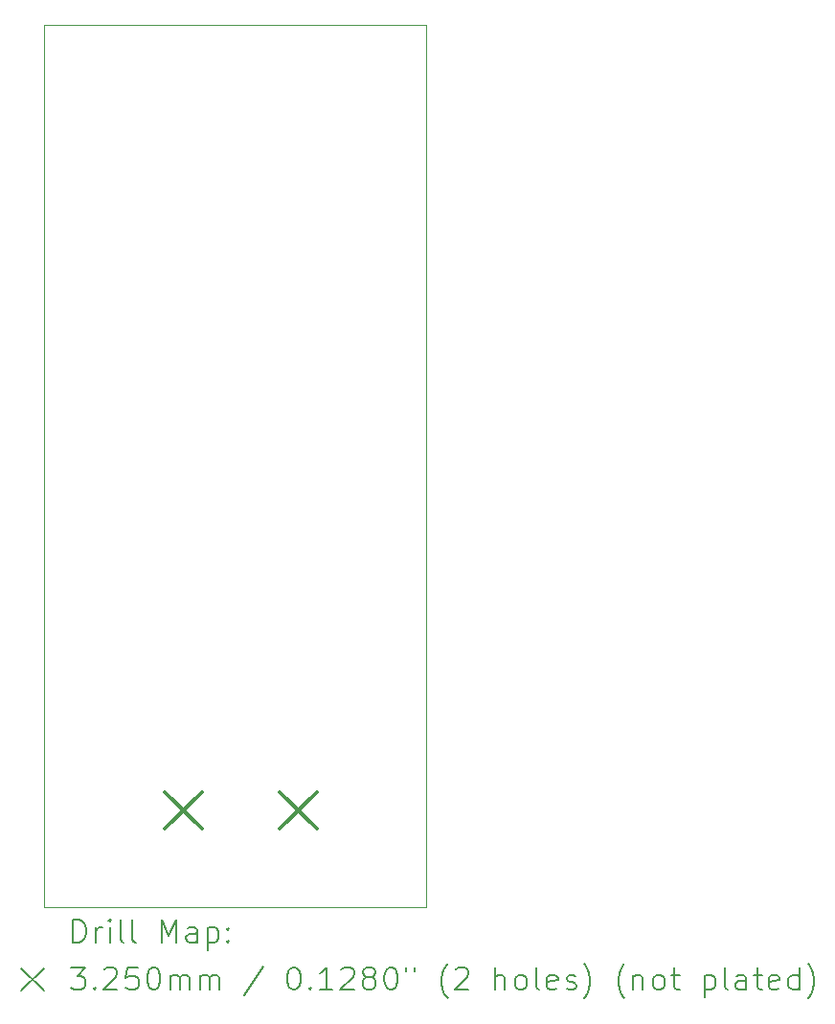
<source format=gbr>
%TF.GenerationSoftware,KiCad,Pcbnew,8.0.3*%
%TF.CreationDate,2024-06-17T11:34:03+02:00*%
%TF.ProjectId,Rasppipico f_r HAN-port,52617370-7069-4706-9963-6f2066f67220,rev?*%
%TF.SameCoordinates,Original*%
%TF.FileFunction,Drillmap*%
%TF.FilePolarity,Positive*%
%FSLAX45Y45*%
G04 Gerber Fmt 4.5, Leading zero omitted, Abs format (unit mm)*
G04 Created by KiCad (PCBNEW 8.0.3) date 2024-06-17 11:34:03*
%MOMM*%
%LPD*%
G01*
G04 APERTURE LIST*
%ADD10C,0.050000*%
%ADD11C,0.200000*%
%ADD12C,0.325000*%
G04 APERTURE END LIST*
D10*
X13017500Y-5257800D02*
X16395700Y-5257800D01*
X16395700Y-13055600D01*
X13017500Y-13055600D01*
X13017500Y-5257800D01*
D11*
D12*
X14086900Y-12039900D02*
X14411900Y-12364900D01*
X14411900Y-12039900D02*
X14086900Y-12364900D01*
X15102900Y-12039900D02*
X15427900Y-12364900D01*
X15427900Y-12039900D02*
X15102900Y-12364900D01*
D11*
X13275777Y-13369584D02*
X13275777Y-13169584D01*
X13275777Y-13169584D02*
X13323396Y-13169584D01*
X13323396Y-13169584D02*
X13351967Y-13179108D01*
X13351967Y-13179108D02*
X13371015Y-13198155D01*
X13371015Y-13198155D02*
X13380539Y-13217203D01*
X13380539Y-13217203D02*
X13390062Y-13255298D01*
X13390062Y-13255298D02*
X13390062Y-13283869D01*
X13390062Y-13283869D02*
X13380539Y-13321965D01*
X13380539Y-13321965D02*
X13371015Y-13341012D01*
X13371015Y-13341012D02*
X13351967Y-13360060D01*
X13351967Y-13360060D02*
X13323396Y-13369584D01*
X13323396Y-13369584D02*
X13275777Y-13369584D01*
X13475777Y-13369584D02*
X13475777Y-13236250D01*
X13475777Y-13274346D02*
X13485301Y-13255298D01*
X13485301Y-13255298D02*
X13494824Y-13245774D01*
X13494824Y-13245774D02*
X13513872Y-13236250D01*
X13513872Y-13236250D02*
X13532920Y-13236250D01*
X13599586Y-13369584D02*
X13599586Y-13236250D01*
X13599586Y-13169584D02*
X13590062Y-13179108D01*
X13590062Y-13179108D02*
X13599586Y-13188631D01*
X13599586Y-13188631D02*
X13609110Y-13179108D01*
X13609110Y-13179108D02*
X13599586Y-13169584D01*
X13599586Y-13169584D02*
X13599586Y-13188631D01*
X13723396Y-13369584D02*
X13704348Y-13360060D01*
X13704348Y-13360060D02*
X13694824Y-13341012D01*
X13694824Y-13341012D02*
X13694824Y-13169584D01*
X13828158Y-13369584D02*
X13809110Y-13360060D01*
X13809110Y-13360060D02*
X13799586Y-13341012D01*
X13799586Y-13341012D02*
X13799586Y-13169584D01*
X14056729Y-13369584D02*
X14056729Y-13169584D01*
X14056729Y-13169584D02*
X14123396Y-13312441D01*
X14123396Y-13312441D02*
X14190062Y-13169584D01*
X14190062Y-13169584D02*
X14190062Y-13369584D01*
X14371015Y-13369584D02*
X14371015Y-13264822D01*
X14371015Y-13264822D02*
X14361491Y-13245774D01*
X14361491Y-13245774D02*
X14342443Y-13236250D01*
X14342443Y-13236250D02*
X14304348Y-13236250D01*
X14304348Y-13236250D02*
X14285301Y-13245774D01*
X14371015Y-13360060D02*
X14351967Y-13369584D01*
X14351967Y-13369584D02*
X14304348Y-13369584D01*
X14304348Y-13369584D02*
X14285301Y-13360060D01*
X14285301Y-13360060D02*
X14275777Y-13341012D01*
X14275777Y-13341012D02*
X14275777Y-13321965D01*
X14275777Y-13321965D02*
X14285301Y-13302917D01*
X14285301Y-13302917D02*
X14304348Y-13293393D01*
X14304348Y-13293393D02*
X14351967Y-13293393D01*
X14351967Y-13293393D02*
X14371015Y-13283869D01*
X14466253Y-13236250D02*
X14466253Y-13436250D01*
X14466253Y-13245774D02*
X14485301Y-13236250D01*
X14485301Y-13236250D02*
X14523396Y-13236250D01*
X14523396Y-13236250D02*
X14542443Y-13245774D01*
X14542443Y-13245774D02*
X14551967Y-13255298D01*
X14551967Y-13255298D02*
X14561491Y-13274346D01*
X14561491Y-13274346D02*
X14561491Y-13331488D01*
X14561491Y-13331488D02*
X14551967Y-13350536D01*
X14551967Y-13350536D02*
X14542443Y-13360060D01*
X14542443Y-13360060D02*
X14523396Y-13369584D01*
X14523396Y-13369584D02*
X14485301Y-13369584D01*
X14485301Y-13369584D02*
X14466253Y-13360060D01*
X14647205Y-13350536D02*
X14656729Y-13360060D01*
X14656729Y-13360060D02*
X14647205Y-13369584D01*
X14647205Y-13369584D02*
X14637682Y-13360060D01*
X14637682Y-13360060D02*
X14647205Y-13350536D01*
X14647205Y-13350536D02*
X14647205Y-13369584D01*
X14647205Y-13245774D02*
X14656729Y-13255298D01*
X14656729Y-13255298D02*
X14647205Y-13264822D01*
X14647205Y-13264822D02*
X14637682Y-13255298D01*
X14637682Y-13255298D02*
X14647205Y-13245774D01*
X14647205Y-13245774D02*
X14647205Y-13264822D01*
X12815000Y-13598100D02*
X13015000Y-13798100D01*
X13015000Y-13598100D02*
X12815000Y-13798100D01*
X13256729Y-13589584D02*
X13380539Y-13589584D01*
X13380539Y-13589584D02*
X13313872Y-13665774D01*
X13313872Y-13665774D02*
X13342443Y-13665774D01*
X13342443Y-13665774D02*
X13361491Y-13675298D01*
X13361491Y-13675298D02*
X13371015Y-13684822D01*
X13371015Y-13684822D02*
X13380539Y-13703869D01*
X13380539Y-13703869D02*
X13380539Y-13751488D01*
X13380539Y-13751488D02*
X13371015Y-13770536D01*
X13371015Y-13770536D02*
X13361491Y-13780060D01*
X13361491Y-13780060D02*
X13342443Y-13789584D01*
X13342443Y-13789584D02*
X13285301Y-13789584D01*
X13285301Y-13789584D02*
X13266253Y-13780060D01*
X13266253Y-13780060D02*
X13256729Y-13770536D01*
X13466253Y-13770536D02*
X13475777Y-13780060D01*
X13475777Y-13780060D02*
X13466253Y-13789584D01*
X13466253Y-13789584D02*
X13456729Y-13780060D01*
X13456729Y-13780060D02*
X13466253Y-13770536D01*
X13466253Y-13770536D02*
X13466253Y-13789584D01*
X13551967Y-13608631D02*
X13561491Y-13599108D01*
X13561491Y-13599108D02*
X13580539Y-13589584D01*
X13580539Y-13589584D02*
X13628158Y-13589584D01*
X13628158Y-13589584D02*
X13647205Y-13599108D01*
X13647205Y-13599108D02*
X13656729Y-13608631D01*
X13656729Y-13608631D02*
X13666253Y-13627679D01*
X13666253Y-13627679D02*
X13666253Y-13646727D01*
X13666253Y-13646727D02*
X13656729Y-13675298D01*
X13656729Y-13675298D02*
X13542443Y-13789584D01*
X13542443Y-13789584D02*
X13666253Y-13789584D01*
X13847205Y-13589584D02*
X13751967Y-13589584D01*
X13751967Y-13589584D02*
X13742443Y-13684822D01*
X13742443Y-13684822D02*
X13751967Y-13675298D01*
X13751967Y-13675298D02*
X13771015Y-13665774D01*
X13771015Y-13665774D02*
X13818634Y-13665774D01*
X13818634Y-13665774D02*
X13837682Y-13675298D01*
X13837682Y-13675298D02*
X13847205Y-13684822D01*
X13847205Y-13684822D02*
X13856729Y-13703869D01*
X13856729Y-13703869D02*
X13856729Y-13751488D01*
X13856729Y-13751488D02*
X13847205Y-13770536D01*
X13847205Y-13770536D02*
X13837682Y-13780060D01*
X13837682Y-13780060D02*
X13818634Y-13789584D01*
X13818634Y-13789584D02*
X13771015Y-13789584D01*
X13771015Y-13789584D02*
X13751967Y-13780060D01*
X13751967Y-13780060D02*
X13742443Y-13770536D01*
X13980539Y-13589584D02*
X13999586Y-13589584D01*
X13999586Y-13589584D02*
X14018634Y-13599108D01*
X14018634Y-13599108D02*
X14028158Y-13608631D01*
X14028158Y-13608631D02*
X14037682Y-13627679D01*
X14037682Y-13627679D02*
X14047205Y-13665774D01*
X14047205Y-13665774D02*
X14047205Y-13713393D01*
X14047205Y-13713393D02*
X14037682Y-13751488D01*
X14037682Y-13751488D02*
X14028158Y-13770536D01*
X14028158Y-13770536D02*
X14018634Y-13780060D01*
X14018634Y-13780060D02*
X13999586Y-13789584D01*
X13999586Y-13789584D02*
X13980539Y-13789584D01*
X13980539Y-13789584D02*
X13961491Y-13780060D01*
X13961491Y-13780060D02*
X13951967Y-13770536D01*
X13951967Y-13770536D02*
X13942443Y-13751488D01*
X13942443Y-13751488D02*
X13932920Y-13713393D01*
X13932920Y-13713393D02*
X13932920Y-13665774D01*
X13932920Y-13665774D02*
X13942443Y-13627679D01*
X13942443Y-13627679D02*
X13951967Y-13608631D01*
X13951967Y-13608631D02*
X13961491Y-13599108D01*
X13961491Y-13599108D02*
X13980539Y-13589584D01*
X14132920Y-13789584D02*
X14132920Y-13656250D01*
X14132920Y-13675298D02*
X14142443Y-13665774D01*
X14142443Y-13665774D02*
X14161491Y-13656250D01*
X14161491Y-13656250D02*
X14190063Y-13656250D01*
X14190063Y-13656250D02*
X14209110Y-13665774D01*
X14209110Y-13665774D02*
X14218634Y-13684822D01*
X14218634Y-13684822D02*
X14218634Y-13789584D01*
X14218634Y-13684822D02*
X14228158Y-13665774D01*
X14228158Y-13665774D02*
X14247205Y-13656250D01*
X14247205Y-13656250D02*
X14275777Y-13656250D01*
X14275777Y-13656250D02*
X14294824Y-13665774D01*
X14294824Y-13665774D02*
X14304348Y-13684822D01*
X14304348Y-13684822D02*
X14304348Y-13789584D01*
X14399586Y-13789584D02*
X14399586Y-13656250D01*
X14399586Y-13675298D02*
X14409110Y-13665774D01*
X14409110Y-13665774D02*
X14428158Y-13656250D01*
X14428158Y-13656250D02*
X14456729Y-13656250D01*
X14456729Y-13656250D02*
X14475777Y-13665774D01*
X14475777Y-13665774D02*
X14485301Y-13684822D01*
X14485301Y-13684822D02*
X14485301Y-13789584D01*
X14485301Y-13684822D02*
X14494824Y-13665774D01*
X14494824Y-13665774D02*
X14513872Y-13656250D01*
X14513872Y-13656250D02*
X14542443Y-13656250D01*
X14542443Y-13656250D02*
X14561491Y-13665774D01*
X14561491Y-13665774D02*
X14571015Y-13684822D01*
X14571015Y-13684822D02*
X14571015Y-13789584D01*
X14961491Y-13580060D02*
X14790063Y-13837203D01*
X15218634Y-13589584D02*
X15237682Y-13589584D01*
X15237682Y-13589584D02*
X15256729Y-13599108D01*
X15256729Y-13599108D02*
X15266253Y-13608631D01*
X15266253Y-13608631D02*
X15275777Y-13627679D01*
X15275777Y-13627679D02*
X15285301Y-13665774D01*
X15285301Y-13665774D02*
X15285301Y-13713393D01*
X15285301Y-13713393D02*
X15275777Y-13751488D01*
X15275777Y-13751488D02*
X15266253Y-13770536D01*
X15266253Y-13770536D02*
X15256729Y-13780060D01*
X15256729Y-13780060D02*
X15237682Y-13789584D01*
X15237682Y-13789584D02*
X15218634Y-13789584D01*
X15218634Y-13789584D02*
X15199586Y-13780060D01*
X15199586Y-13780060D02*
X15190063Y-13770536D01*
X15190063Y-13770536D02*
X15180539Y-13751488D01*
X15180539Y-13751488D02*
X15171015Y-13713393D01*
X15171015Y-13713393D02*
X15171015Y-13665774D01*
X15171015Y-13665774D02*
X15180539Y-13627679D01*
X15180539Y-13627679D02*
X15190063Y-13608631D01*
X15190063Y-13608631D02*
X15199586Y-13599108D01*
X15199586Y-13599108D02*
X15218634Y-13589584D01*
X15371015Y-13770536D02*
X15380539Y-13780060D01*
X15380539Y-13780060D02*
X15371015Y-13789584D01*
X15371015Y-13789584D02*
X15361491Y-13780060D01*
X15361491Y-13780060D02*
X15371015Y-13770536D01*
X15371015Y-13770536D02*
X15371015Y-13789584D01*
X15571015Y-13789584D02*
X15456729Y-13789584D01*
X15513872Y-13789584D02*
X15513872Y-13589584D01*
X15513872Y-13589584D02*
X15494825Y-13618155D01*
X15494825Y-13618155D02*
X15475777Y-13637203D01*
X15475777Y-13637203D02*
X15456729Y-13646727D01*
X15647206Y-13608631D02*
X15656729Y-13599108D01*
X15656729Y-13599108D02*
X15675777Y-13589584D01*
X15675777Y-13589584D02*
X15723396Y-13589584D01*
X15723396Y-13589584D02*
X15742444Y-13599108D01*
X15742444Y-13599108D02*
X15751967Y-13608631D01*
X15751967Y-13608631D02*
X15761491Y-13627679D01*
X15761491Y-13627679D02*
X15761491Y-13646727D01*
X15761491Y-13646727D02*
X15751967Y-13675298D01*
X15751967Y-13675298D02*
X15637682Y-13789584D01*
X15637682Y-13789584D02*
X15761491Y-13789584D01*
X15875777Y-13675298D02*
X15856729Y-13665774D01*
X15856729Y-13665774D02*
X15847206Y-13656250D01*
X15847206Y-13656250D02*
X15837682Y-13637203D01*
X15837682Y-13637203D02*
X15837682Y-13627679D01*
X15837682Y-13627679D02*
X15847206Y-13608631D01*
X15847206Y-13608631D02*
X15856729Y-13599108D01*
X15856729Y-13599108D02*
X15875777Y-13589584D01*
X15875777Y-13589584D02*
X15913872Y-13589584D01*
X15913872Y-13589584D02*
X15932920Y-13599108D01*
X15932920Y-13599108D02*
X15942444Y-13608631D01*
X15942444Y-13608631D02*
X15951967Y-13627679D01*
X15951967Y-13627679D02*
X15951967Y-13637203D01*
X15951967Y-13637203D02*
X15942444Y-13656250D01*
X15942444Y-13656250D02*
X15932920Y-13665774D01*
X15932920Y-13665774D02*
X15913872Y-13675298D01*
X15913872Y-13675298D02*
X15875777Y-13675298D01*
X15875777Y-13675298D02*
X15856729Y-13684822D01*
X15856729Y-13684822D02*
X15847206Y-13694346D01*
X15847206Y-13694346D02*
X15837682Y-13713393D01*
X15837682Y-13713393D02*
X15837682Y-13751488D01*
X15837682Y-13751488D02*
X15847206Y-13770536D01*
X15847206Y-13770536D02*
X15856729Y-13780060D01*
X15856729Y-13780060D02*
X15875777Y-13789584D01*
X15875777Y-13789584D02*
X15913872Y-13789584D01*
X15913872Y-13789584D02*
X15932920Y-13780060D01*
X15932920Y-13780060D02*
X15942444Y-13770536D01*
X15942444Y-13770536D02*
X15951967Y-13751488D01*
X15951967Y-13751488D02*
X15951967Y-13713393D01*
X15951967Y-13713393D02*
X15942444Y-13694346D01*
X15942444Y-13694346D02*
X15932920Y-13684822D01*
X15932920Y-13684822D02*
X15913872Y-13675298D01*
X16075777Y-13589584D02*
X16094825Y-13589584D01*
X16094825Y-13589584D02*
X16113872Y-13599108D01*
X16113872Y-13599108D02*
X16123396Y-13608631D01*
X16123396Y-13608631D02*
X16132920Y-13627679D01*
X16132920Y-13627679D02*
X16142444Y-13665774D01*
X16142444Y-13665774D02*
X16142444Y-13713393D01*
X16142444Y-13713393D02*
X16132920Y-13751488D01*
X16132920Y-13751488D02*
X16123396Y-13770536D01*
X16123396Y-13770536D02*
X16113872Y-13780060D01*
X16113872Y-13780060D02*
X16094825Y-13789584D01*
X16094825Y-13789584D02*
X16075777Y-13789584D01*
X16075777Y-13789584D02*
X16056729Y-13780060D01*
X16056729Y-13780060D02*
X16047206Y-13770536D01*
X16047206Y-13770536D02*
X16037682Y-13751488D01*
X16037682Y-13751488D02*
X16028158Y-13713393D01*
X16028158Y-13713393D02*
X16028158Y-13665774D01*
X16028158Y-13665774D02*
X16037682Y-13627679D01*
X16037682Y-13627679D02*
X16047206Y-13608631D01*
X16047206Y-13608631D02*
X16056729Y-13599108D01*
X16056729Y-13599108D02*
X16075777Y-13589584D01*
X16218634Y-13589584D02*
X16218634Y-13627679D01*
X16294825Y-13589584D02*
X16294825Y-13627679D01*
X16590063Y-13865774D02*
X16580539Y-13856250D01*
X16580539Y-13856250D02*
X16561491Y-13827679D01*
X16561491Y-13827679D02*
X16551968Y-13808631D01*
X16551968Y-13808631D02*
X16542444Y-13780060D01*
X16542444Y-13780060D02*
X16532920Y-13732441D01*
X16532920Y-13732441D02*
X16532920Y-13694346D01*
X16532920Y-13694346D02*
X16542444Y-13646727D01*
X16542444Y-13646727D02*
X16551968Y-13618155D01*
X16551968Y-13618155D02*
X16561491Y-13599108D01*
X16561491Y-13599108D02*
X16580539Y-13570536D01*
X16580539Y-13570536D02*
X16590063Y-13561012D01*
X16656729Y-13608631D02*
X16666253Y-13599108D01*
X16666253Y-13599108D02*
X16685301Y-13589584D01*
X16685301Y-13589584D02*
X16732920Y-13589584D01*
X16732920Y-13589584D02*
X16751968Y-13599108D01*
X16751968Y-13599108D02*
X16761491Y-13608631D01*
X16761491Y-13608631D02*
X16771015Y-13627679D01*
X16771015Y-13627679D02*
X16771015Y-13646727D01*
X16771015Y-13646727D02*
X16761491Y-13675298D01*
X16761491Y-13675298D02*
X16647206Y-13789584D01*
X16647206Y-13789584D02*
X16771015Y-13789584D01*
X17009111Y-13789584D02*
X17009111Y-13589584D01*
X17094825Y-13789584D02*
X17094825Y-13684822D01*
X17094825Y-13684822D02*
X17085301Y-13665774D01*
X17085301Y-13665774D02*
X17066253Y-13656250D01*
X17066253Y-13656250D02*
X17037682Y-13656250D01*
X17037682Y-13656250D02*
X17018634Y-13665774D01*
X17018634Y-13665774D02*
X17009111Y-13675298D01*
X17218634Y-13789584D02*
X17199587Y-13780060D01*
X17199587Y-13780060D02*
X17190063Y-13770536D01*
X17190063Y-13770536D02*
X17180539Y-13751488D01*
X17180539Y-13751488D02*
X17180539Y-13694346D01*
X17180539Y-13694346D02*
X17190063Y-13675298D01*
X17190063Y-13675298D02*
X17199587Y-13665774D01*
X17199587Y-13665774D02*
X17218634Y-13656250D01*
X17218634Y-13656250D02*
X17247206Y-13656250D01*
X17247206Y-13656250D02*
X17266253Y-13665774D01*
X17266253Y-13665774D02*
X17275777Y-13675298D01*
X17275777Y-13675298D02*
X17285301Y-13694346D01*
X17285301Y-13694346D02*
X17285301Y-13751488D01*
X17285301Y-13751488D02*
X17275777Y-13770536D01*
X17275777Y-13770536D02*
X17266253Y-13780060D01*
X17266253Y-13780060D02*
X17247206Y-13789584D01*
X17247206Y-13789584D02*
X17218634Y-13789584D01*
X17399587Y-13789584D02*
X17380539Y-13780060D01*
X17380539Y-13780060D02*
X17371015Y-13761012D01*
X17371015Y-13761012D02*
X17371015Y-13589584D01*
X17551968Y-13780060D02*
X17532920Y-13789584D01*
X17532920Y-13789584D02*
X17494825Y-13789584D01*
X17494825Y-13789584D02*
X17475777Y-13780060D01*
X17475777Y-13780060D02*
X17466253Y-13761012D01*
X17466253Y-13761012D02*
X17466253Y-13684822D01*
X17466253Y-13684822D02*
X17475777Y-13665774D01*
X17475777Y-13665774D02*
X17494825Y-13656250D01*
X17494825Y-13656250D02*
X17532920Y-13656250D01*
X17532920Y-13656250D02*
X17551968Y-13665774D01*
X17551968Y-13665774D02*
X17561492Y-13684822D01*
X17561492Y-13684822D02*
X17561492Y-13703869D01*
X17561492Y-13703869D02*
X17466253Y-13722917D01*
X17637682Y-13780060D02*
X17656730Y-13789584D01*
X17656730Y-13789584D02*
X17694825Y-13789584D01*
X17694825Y-13789584D02*
X17713873Y-13780060D01*
X17713873Y-13780060D02*
X17723396Y-13761012D01*
X17723396Y-13761012D02*
X17723396Y-13751488D01*
X17723396Y-13751488D02*
X17713873Y-13732441D01*
X17713873Y-13732441D02*
X17694825Y-13722917D01*
X17694825Y-13722917D02*
X17666253Y-13722917D01*
X17666253Y-13722917D02*
X17647206Y-13713393D01*
X17647206Y-13713393D02*
X17637682Y-13694346D01*
X17637682Y-13694346D02*
X17637682Y-13684822D01*
X17637682Y-13684822D02*
X17647206Y-13665774D01*
X17647206Y-13665774D02*
X17666253Y-13656250D01*
X17666253Y-13656250D02*
X17694825Y-13656250D01*
X17694825Y-13656250D02*
X17713873Y-13665774D01*
X17790063Y-13865774D02*
X17799587Y-13856250D01*
X17799587Y-13856250D02*
X17818634Y-13827679D01*
X17818634Y-13827679D02*
X17828158Y-13808631D01*
X17828158Y-13808631D02*
X17837682Y-13780060D01*
X17837682Y-13780060D02*
X17847206Y-13732441D01*
X17847206Y-13732441D02*
X17847206Y-13694346D01*
X17847206Y-13694346D02*
X17837682Y-13646727D01*
X17837682Y-13646727D02*
X17828158Y-13618155D01*
X17828158Y-13618155D02*
X17818634Y-13599108D01*
X17818634Y-13599108D02*
X17799587Y-13570536D01*
X17799587Y-13570536D02*
X17790063Y-13561012D01*
X18151968Y-13865774D02*
X18142444Y-13856250D01*
X18142444Y-13856250D02*
X18123396Y-13827679D01*
X18123396Y-13827679D02*
X18113873Y-13808631D01*
X18113873Y-13808631D02*
X18104349Y-13780060D01*
X18104349Y-13780060D02*
X18094825Y-13732441D01*
X18094825Y-13732441D02*
X18094825Y-13694346D01*
X18094825Y-13694346D02*
X18104349Y-13646727D01*
X18104349Y-13646727D02*
X18113873Y-13618155D01*
X18113873Y-13618155D02*
X18123396Y-13599108D01*
X18123396Y-13599108D02*
X18142444Y-13570536D01*
X18142444Y-13570536D02*
X18151968Y-13561012D01*
X18228158Y-13656250D02*
X18228158Y-13789584D01*
X18228158Y-13675298D02*
X18237682Y-13665774D01*
X18237682Y-13665774D02*
X18256730Y-13656250D01*
X18256730Y-13656250D02*
X18285301Y-13656250D01*
X18285301Y-13656250D02*
X18304349Y-13665774D01*
X18304349Y-13665774D02*
X18313873Y-13684822D01*
X18313873Y-13684822D02*
X18313873Y-13789584D01*
X18437682Y-13789584D02*
X18418634Y-13780060D01*
X18418634Y-13780060D02*
X18409111Y-13770536D01*
X18409111Y-13770536D02*
X18399587Y-13751488D01*
X18399587Y-13751488D02*
X18399587Y-13694346D01*
X18399587Y-13694346D02*
X18409111Y-13675298D01*
X18409111Y-13675298D02*
X18418634Y-13665774D01*
X18418634Y-13665774D02*
X18437682Y-13656250D01*
X18437682Y-13656250D02*
X18466254Y-13656250D01*
X18466254Y-13656250D02*
X18485301Y-13665774D01*
X18485301Y-13665774D02*
X18494825Y-13675298D01*
X18494825Y-13675298D02*
X18504349Y-13694346D01*
X18504349Y-13694346D02*
X18504349Y-13751488D01*
X18504349Y-13751488D02*
X18494825Y-13770536D01*
X18494825Y-13770536D02*
X18485301Y-13780060D01*
X18485301Y-13780060D02*
X18466254Y-13789584D01*
X18466254Y-13789584D02*
X18437682Y-13789584D01*
X18561492Y-13656250D02*
X18637682Y-13656250D01*
X18590063Y-13589584D02*
X18590063Y-13761012D01*
X18590063Y-13761012D02*
X18599587Y-13780060D01*
X18599587Y-13780060D02*
X18618634Y-13789584D01*
X18618634Y-13789584D02*
X18637682Y-13789584D01*
X18856730Y-13656250D02*
X18856730Y-13856250D01*
X18856730Y-13665774D02*
X18875777Y-13656250D01*
X18875777Y-13656250D02*
X18913873Y-13656250D01*
X18913873Y-13656250D02*
X18932920Y-13665774D01*
X18932920Y-13665774D02*
X18942444Y-13675298D01*
X18942444Y-13675298D02*
X18951968Y-13694346D01*
X18951968Y-13694346D02*
X18951968Y-13751488D01*
X18951968Y-13751488D02*
X18942444Y-13770536D01*
X18942444Y-13770536D02*
X18932920Y-13780060D01*
X18932920Y-13780060D02*
X18913873Y-13789584D01*
X18913873Y-13789584D02*
X18875777Y-13789584D01*
X18875777Y-13789584D02*
X18856730Y-13780060D01*
X19066254Y-13789584D02*
X19047206Y-13780060D01*
X19047206Y-13780060D02*
X19037682Y-13761012D01*
X19037682Y-13761012D02*
X19037682Y-13589584D01*
X19228158Y-13789584D02*
X19228158Y-13684822D01*
X19228158Y-13684822D02*
X19218635Y-13665774D01*
X19218635Y-13665774D02*
X19199587Y-13656250D01*
X19199587Y-13656250D02*
X19161492Y-13656250D01*
X19161492Y-13656250D02*
X19142444Y-13665774D01*
X19228158Y-13780060D02*
X19209111Y-13789584D01*
X19209111Y-13789584D02*
X19161492Y-13789584D01*
X19161492Y-13789584D02*
X19142444Y-13780060D01*
X19142444Y-13780060D02*
X19132920Y-13761012D01*
X19132920Y-13761012D02*
X19132920Y-13741965D01*
X19132920Y-13741965D02*
X19142444Y-13722917D01*
X19142444Y-13722917D02*
X19161492Y-13713393D01*
X19161492Y-13713393D02*
X19209111Y-13713393D01*
X19209111Y-13713393D02*
X19228158Y-13703869D01*
X19294825Y-13656250D02*
X19371015Y-13656250D01*
X19323396Y-13589584D02*
X19323396Y-13761012D01*
X19323396Y-13761012D02*
X19332920Y-13780060D01*
X19332920Y-13780060D02*
X19351968Y-13789584D01*
X19351968Y-13789584D02*
X19371015Y-13789584D01*
X19513873Y-13780060D02*
X19494825Y-13789584D01*
X19494825Y-13789584D02*
X19456730Y-13789584D01*
X19456730Y-13789584D02*
X19437682Y-13780060D01*
X19437682Y-13780060D02*
X19428158Y-13761012D01*
X19428158Y-13761012D02*
X19428158Y-13684822D01*
X19428158Y-13684822D02*
X19437682Y-13665774D01*
X19437682Y-13665774D02*
X19456730Y-13656250D01*
X19456730Y-13656250D02*
X19494825Y-13656250D01*
X19494825Y-13656250D02*
X19513873Y-13665774D01*
X19513873Y-13665774D02*
X19523396Y-13684822D01*
X19523396Y-13684822D02*
X19523396Y-13703869D01*
X19523396Y-13703869D02*
X19428158Y-13722917D01*
X19694825Y-13789584D02*
X19694825Y-13589584D01*
X19694825Y-13780060D02*
X19675777Y-13789584D01*
X19675777Y-13789584D02*
X19637682Y-13789584D01*
X19637682Y-13789584D02*
X19618635Y-13780060D01*
X19618635Y-13780060D02*
X19609111Y-13770536D01*
X19609111Y-13770536D02*
X19599587Y-13751488D01*
X19599587Y-13751488D02*
X19599587Y-13694346D01*
X19599587Y-13694346D02*
X19609111Y-13675298D01*
X19609111Y-13675298D02*
X19618635Y-13665774D01*
X19618635Y-13665774D02*
X19637682Y-13656250D01*
X19637682Y-13656250D02*
X19675777Y-13656250D01*
X19675777Y-13656250D02*
X19694825Y-13665774D01*
X19771016Y-13865774D02*
X19780539Y-13856250D01*
X19780539Y-13856250D02*
X19799587Y-13827679D01*
X19799587Y-13827679D02*
X19809111Y-13808631D01*
X19809111Y-13808631D02*
X19818635Y-13780060D01*
X19818635Y-13780060D02*
X19828158Y-13732441D01*
X19828158Y-13732441D02*
X19828158Y-13694346D01*
X19828158Y-13694346D02*
X19818635Y-13646727D01*
X19818635Y-13646727D02*
X19809111Y-13618155D01*
X19809111Y-13618155D02*
X19799587Y-13599108D01*
X19799587Y-13599108D02*
X19780539Y-13570536D01*
X19780539Y-13570536D02*
X19771016Y-13561012D01*
M02*

</source>
